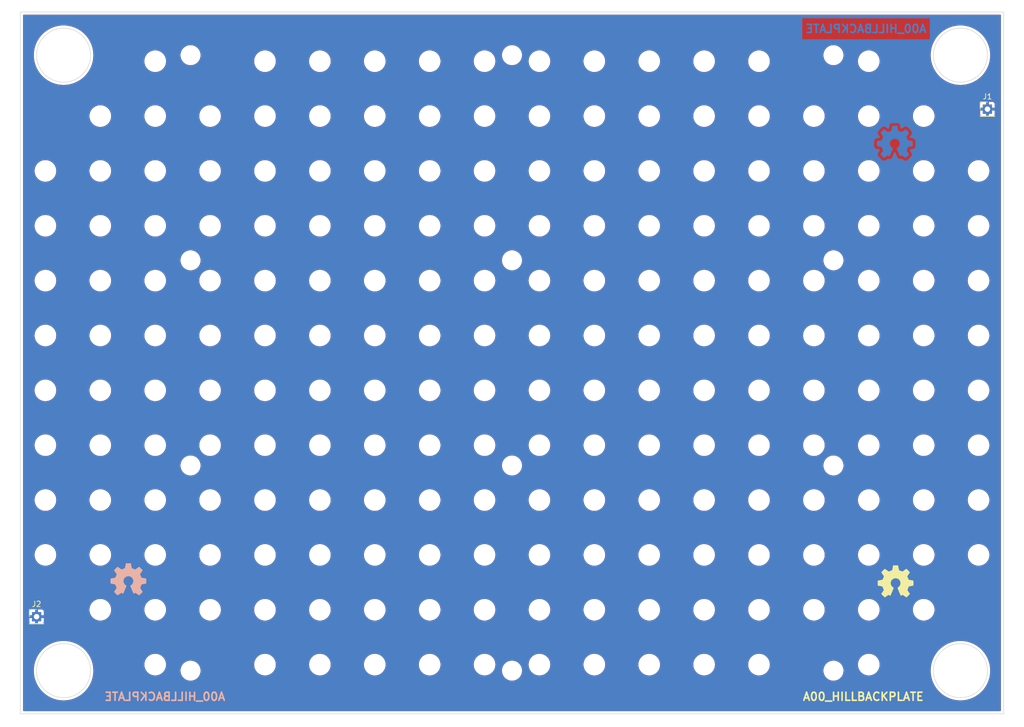
<source format=kicad_pcb>
(kicad_pcb (version 20211014) (generator pcbnew)
  (layers (0 "F.Cu" signal) (31 "B.Cu" signal) (34 "B.Paste" user) (35 "F.Paste" user) (36 "B.SilkS" user "B.Silkscreen") (37 "F.SilkS" user "F.Silkscreen") (38 "B.Mask" user) (39 "F.Mask" user) (44 "Edge.Cuts" user))
  (net 0 "")
  (net 1 "Net-(J1-Pad1)")
  (footprint "MountingHole:MountingHole_3mm" (layer "F.Cu") (at 126.24 140.88)
    (fp_text reference "REF**" hide)
    (fp_text value "MountingHole_3mm")
    (pad "" np_thru_hole circle (at 0 0) (size 3 3) (drill 3) (layers *.Cu *.Mask))
  )
  (footprint "MountingHole:MountingHole_3mm" (layer "F.Cu") (at 85.6 130.72)
    (fp_text reference "REF**" hide)
    (fp_text value "MountingHole_3mm")
    (pad "" np_thru_hole circle (at 0 0) (size 3 3) (drill 3) (layers *.Cu *.Mask))
  )
  (footprint "MountingHole:MountingHole_3mm" (layer "F.Cu") (at 55.12 49.44)
    (fp_text reference "REF**" hide)
    (fp_text value "MountingHole_3mm")
    (pad "" np_thru_hole circle (at 0 0) (size 3 3) (drill 3) (layers *.Cu *.Mask))
  )
  (footprint "MountingHole:MountingHole_3mm" (layer "F.Cu") (at 105.92 39.28)
    (fp_text reference "REF**" hide)
    (fp_text value "MountingHole_3mm")
    (pad "" np_thru_hole circle (at 0 0) (size 3 3) (drill 3) (layers *.Cu *.Mask))
  )
  (footprint "MountingHole:MountingHole_3mm" (layer "F.Cu") (at 105.92 140.88)
    (fp_text reference "REF**" hide)
    (fp_text value "MountingHole_3mm")
    (pad "" np_thru_hole circle (at 0 0) (size 3 3) (drill 3) (layers *.Cu *.Mask))
  )
  (footprint "MountingHole:MountingHole_3mm" (layer "F.Cu") (at 85.6 140.88)
    (fp_text reference "REF**" hide)
    (fp_text value "MountingHole_3mm")
    (pad "" np_thru_hole circle (at 0 0) (size 3 3) (drill 3) (layers *.Cu *.Mask))
  )
  (footprint "MountingHole:MountingHole_3mm" (layer "F.Cu") (at 156.72 69.76)
    (fp_text reference "REF**" hide)
    (fp_text value "MountingHole_3mm")
    (pad "" np_thru_hole circle (at 0 0) (size 3 3) (drill 3) (layers *.Cu *.Mask))
  )
  (footprint "MountingHole:MountingHole_3mm" (layer "F.Cu") (at 85.6 120.56)
    (fp_text reference "REF**" hide)
    (fp_text value "MountingHole_3mm")
    (pad "" np_thru_hole circle (at 0 0) (size 3 3) (drill 3) (layers *.Cu *.Mask))
  )
  (footprint "MountingHole:MountingHole_2.7mm" (layer "F.Cu") (at 111 66)
    (fp_text reference "REF**" hide)
    (fp_text value "MountingHole_2.7mm")
    (pad "" np_thru_hole circle (at 0 0) (size 2.7 2.7) (drill 2.7) (layers *.Cu *.Mask))
  )
  (footprint "MountingHole:MountingHole_3mm" (layer "F.Cu") (at 177.04 49.44)
    (fp_text reference "REF**" hide)
    (fp_text value "MountingHole_3mm")
    (pad "" np_thru_hole circle (at 0 0) (size 3 3) (drill 3) (layers *.Cu *.Mask))
  )
  (footprint "MountingHole:MountingHole_3mm" (layer "F.Cu") (at 85.6 39.28)
    (fp_text reference "REF**" hide)
    (fp_text value "MountingHole_3mm")
    (pad "" np_thru_hole circle (at 0 0) (size 3 3) (drill 3) (layers *.Cu *.Mask))
  )
  (footprint "Symbol:OSHW-Symbol_6.7x6mm_Copper" (layer "F.Cu") (at 39.624 44.069)
    (fp_text reference "REF**" hide)
    (fp_text value "OSHW-Symbol_6.7x6mm_Copper" hide)
    (fp_poly (pts (xy 0.555814 -2.531069) (xy 0.639635 -2.086445) (xy 0.94892 -1.958947) (xy 1.258206 -1.831449) (xy 1.629246 -2.083754) (xy 1.733157 -2.154004) (xy 1.827087 -2.216728) (xy 1.906652 -2.269062) (xy 1.96747 -2.308143) (xy 2.005157 -2.331107) (xy 2.015421 -2.336058) (xy 2.03391 -2.323324) (xy 2.07342 -2.288118) (xy 2.129522 -2.234938) (xy 2.197787 -2.168282) (xy 2.273786 -2.092646) (xy 2.353092 -2.012528) (xy 2.431275 -1.932426) (xy 2.503907 -1.856836) (xy 2.566559 -1.790255) (xy 2.614803 -1.737182) (xy 2.64421 -1.702113) (xy 2.651241 -1.690377) (xy 2.641123 -1.66874) (xy 2.612759 -1.621338) (xy 2.569129 -1.552807) (xy 2.513218 -1.467785) (xy 2.448006 -1.370907) (xy 2.410219 -1.31565) (xy 2.341343 -1.214752) (xy 2.28014 -1.123701) (xy 2.229578 -1.04703) (xy 2.192628 -0.989272) (xy 2.172258 -0.954957) (xy 2.169197 -0.947746) (xy 2.176136 -0.927252) (xy 2.195051 -0.879487) (xy 2.223087 -0.811168) (xy 2.257391 -0.729011) (xy 2.295109 -0.63973) (xy 2.333387 -0.550042) (xy 2.36937 -0.466662) (xy 2.400206 -0.396306) (xy 2.423039 -0.34569) (xy 2.435017 -0.321529) (xy 2.435724 -0.320578) (xy 2.454531 -0.315964) (xy 2.504618 -0.305672) (xy 2.580793 -0.290713) (xy 2.677865 -0.272099) (xy 2.790643 -0.250841) (xy 2.856442 -0.238582) (xy 2.97695 -0.215638) (xy 3.085797 -0.193805) (xy 3.177476 -0.174278) (xy 3.246481 -0.158252) (xy 3.287304 -0.146921) (xy 3.295511 -0.143326) (xy 3.303548 -0.118994) (xy 3.310033 -0.064041) (xy 3.31497 0.015108) (xy 3.318364 0.112026) (xy 3.320218 0.220287) (xy 3.320538 0.333465) (xy 3.319327 0.445135) (xy 3.31659 0.548868) (xy 3.312331 0.638241) (xy 3.306555 0.706826) (xy 3.299267 0.748197) (xy 3.294895 0.75681) (xy 3.268764 0.767133) (xy 3.213393 0.781892) (xy 3.136107 0.799352) (xy 3.04423 0.81778) (xy 3.012158 0.823741) (xy 2.857524 0.852066) (xy 2.735375 0.874876) (xy 2.641673 0.89308) (xy 2.572384 0.907583) (xy 2.523471 0.919292) (xy 2.490897 0.929115) (xy 2.470628 0.937956) (xy 2.458626 0.946724) (xy 2.456947 0.948457) (xy 2.440184 0.976371) (xy 2.414614 1.030695) (xy 2.382788 1.104777) (xy 2.34726 1.191965) (xy 2.310583 1.285608) (xy 2.275311 1.379052) (xy 2.243996 1.465647) (xy 2.219193 1.53874) (xy 2.203454 1.591678) (xy 2.199332 1.617811) (xy 2.199676 1.618726) (xy 2.213641 1.640086) (xy 2.245322 1.687084) (xy 2.291391 1.754827) (xy 2.348518 1.838423) (xy 2.413373 1.932982) (xy 2.431843 1.959854) (xy 2.497699 2.057275) (xy 2.55565 2.146163) (xy 2.602538 2.221412) (xy 2.635207 2.27792) (xy 2.6505 2.310581) (xy 2.651241 2.314593) (xy 2.638392 2.335684) (xy 2.602888 2.377464) (xy 2.549293 2.435445) (xy 2.482171 2.505135) (xy 2.406087 2.582045) (xy 2.325604 2.661683) (xy 2.245287 2.739561) (xy 2.169699 2.811186) (xy 2.103405 2.87207) (xy 2.050969 2.917721) (xy 2.016955 2.94365) (xy 2.007545 2.947883) (xy 1.985643 2.937912) (xy 1.9408 2.91102) (xy 1.880321 2.871736) (xy 1.833789 2.840117) (xy 1.749475 2.782098) (xy 1.649626 2.713784) (xy 1.549473 2.645579) (xy 1.495627 2.609075) (xy 1.313371 2.4858) (xy 1.160381 2.56852) (xy 1.090682 2.604759) (xy 1.031414 2.632926) (xy 0.991311 2.648991) (xy 0.981103 2.651226) (xy 0.968829 2.634722) (xy 0.944613 2.588082) (xy 0.910263 2.515609) (xy 0.867588 2.421606) (xy 0.818394 2.310374) (xy 0.76449 2.186215) (xy 0.707684 2.053432) (xy 0.649782 1.916327) (xy 0.592593 1.779202) (xy 0.537924 1.646358) (xy 0.487584 1.522098) (xy 0.44338 1.410725) (xy 0.407119 1.316539) (xy 0.380609 1.243844) (xy 0.365658 1.196941) (xy 0.363254 1.180833) (xy 0.382311 1.160286) (xy 0.424036 1.126933) (xy 0.479706 1.087702) (xy 0.484378 1.084599) (xy 0.628264 0.969423) (xy 0.744283 0.835053) (xy 0.83143 0.685784) (xy 0.888699 0.525913) (xy 0.915086 0.359737) (xy 0.909585 0.191552) (xy 0.87119 0.025655) (xy 0.798895 -0.133658) (xy 0.777626 -0.168513) (xy 0.666996 -0.309263) (xy 0.536302 -0.422286) (xy 0.390064 -0.506997) (xy 0.232808 -0.562806) (xy 0.069057 -0.589126) (xy -0.096667 -0.58537) (xy -0.259838 -0.55095) (xy -0.415935 -0.485277) (xy -0.560433 -0.387765) (xy -0.605131 -0.348187) (xy -0.718888 -0.224297) (xy -0.801782 -0.093876) (xy -0.858644 0.052315) (xy -0.890313 0.197088) (xy -0.898131 0.35986) (xy -0.872062 0.52344) (xy -0.814755 0.682298) (xy -0.728856 0.830906) (xy -0.617014 0.963735) (xy -0.481877 1.075256) (xy -0.464117 1.087011) (xy -0.40785 1.125508) (xy -0.365077 1.158863) (xy -0.344628 1.18016) (xy -0.344331 1.180833) (xy -0.348721 1.203871) (xy -0.366124 1.256157) (xy -0.394732 1.33339) (xy -0.432735 1.431268) (xy -0.478326 1.545491) (xy -0.529697 1.671758) (xy -0.585038 1.805767) (xy -0.642542 1.943218) (xy -0.700399 2.079808) (xy -0.756802 2.211237) (xy -0.809942 2.333205) (xy -0.85801 2.441409) (xy -0.899199 2.531549) (xy -0.931699 2.599323) (xy -0.953703 2.64043) (xy -0.962564 2.651226) (xy -0.98964 2.642819) (xy -1.040303 2.620272) (xy -1.105817 2.587613) (xy -1.141841 2.56852) (xy -1.294832 2.4858) (xy -1.477088 2.609075) (xy -1.570125 2.672228) (xy -1.671985 2.741727) (xy -1.767438 2.807165) (xy -1.81525 2.840117) (xy -1.882495 2.885273) (xy -1.939436 2.921057) (xy -1.978646 2.942938) (xy -1.991381 2.947563) (xy -2.009917 2.935085) (xy -2.050941 2.900252) (xy -2.110475 2.846678) (xy -2.184542 2.777983) (xy -2.269165 2.697781) (xy -2.322685 2.646286) (xy -2.416319 2.554286) (xy -2.497241 2.471999) (xy -2.562177 2.402945) (xy -2.607858 2.350644) (xy -2.631011 2.318616) (xy -2.633232 2.312116) (xy -2.622924 2.287394) (xy -2.594439 2.237405) (xy -2.550937 2.167212) (xy -2.495577 2.081875) (xy -2.43152 1.986456) (xy -2.413303 1.959854) (xy -2.346927 1.863167) (xy -2.287378 1.776117) (xy -2.237984 1.703595) (xy -2.202075 1.650493) (xy -2.182981 1.621703) (xy -2.181136 1.618726) (xy -2.183895 1.595782) (xy -2.198538 1.545336) (xy -2.222513 1.474041) (xy -2.253266 1.388547) (xy -2.288244 1.295507) (xy -2.324893 1.201574) (xy -2.360661 1.113399) (xy -2.392994 1.037634) (xy -2.419338 0.980931) (xy -2.437142 0.949943) (xy -2.438407 0.948457) (xy -2.449294 0.939601) (xy -2.467682 0.930843) (xy -2.497606 0.921277) (xy -2.543103 0.909996) (xy -2.608209 0.896093) (xy -2.696961 0.878663) (xy -2.813393 0.856798) (xy -2.961542 0.829591) (xy -2.993618 0.823741) (xy -3.088686 0.805374) (xy -3.171565 0.787405) (xy -3.23493 0.771569) (xy -3.271458 0.7596) (xy -3.276356 0.75681) (xy -3.284427 0.732072) (xy -3.290987 0.67679) (xy -3.296033 0.597389) (xy -3.299559 0.500296) (xy -3.301561 0.391938) (xy -3.302036 0.27874) (xy -3.300977 0.167128) (xy -3.298382 0.063529) (xy -3.294246 -0.025632) (xy -3.288563 -0.093928) (xy -3.281331 -0.134934) (xy -3.276971 -0.143326) (xy -3.252698 -0.151792) (xy -3.197426 -0.165565) (xy -3.116662 -0.18345) (xy -3.015912 -0.204252) (xy -2.900683 -0.226777) (xy -2.837902 -0.238582) (xy -2.718787 -0.260849) (xy -2.612565 -0.281021) (xy -2.524427 -0.298085) (xy -2.459566 -0.311031) (xy -2.423174 -0.318845) (xy -2.417184 -0.320578) (xy -2.407061 -0.34011) (xy -2.385662 -0.387157) (xy -2.355839 -0.454997) (xy -2.320445 -0.536909) (xy -2.282332 -0.626172) (xy -2.244353 -0.716065) (xy -2.20936 -0.799865) (xy -2.180206 -0.870853) (xy -2.159743 -0.922306) (xy -2.150823 -0.947503) (xy -2.150657 -0.948604) (xy -2.160769 -0.968481) (xy -2.189117 -1.014223) (xy -2.232723 -1.081283) (xy -2.288606 -1.165116) (xy -2.353787 -1.261174) (xy -2.391679 -1.31635) (xy -2.460725 -1.417519) (xy -2.52205 -1.50937) (xy -2.572663 -1.587256) (xy -2.609571 -1.646531) (xy -2.629782 -1.682549) (xy -2.632701 -1.690623) (xy -2.620153 -1.709416) (xy -2.585463 -1.749543) (xy -2.533063 -1.806507) (xy -2.467384 -1.875815) (xy -2.392856 -1.952969) (xy -2.313913 -2.033475) (xy -2.234983 -2.112837) (xy -2.1605 -2.18656) (xy -2.094894 -2.250148) (xy -2.042596 -2.299106) (xy -2.008039 -2.328939) (xy -1.996478 -2.336058) (xy -1.977654 -2.326047) (xy -1.932631 -2.297922) (xy -1.865787 -2.254546) (xy -1.781499 -2.198782) (xy -1.684144 -2.133494) (xy -1.610707 -2.083754) (xy -1.239667 -1.831449) (xy -0.621095 -2.086445) (xy -0.537275 -2.531069) (xy -0.453454 -2.975693) (xy 0.471994 -2.975693) (xy 0.555814 -2.531069)) (layer "F.Cu") (width 0.01) (fill solid))
  )
  (footprint "MountingHole:MountingHole_3mm" (layer "F.Cu") (at 44.96 39.28)
    (fp_text reference "REF**" hide)
    (fp_text value "MountingHole_3mm")
    (pad "" np_thru_hole circle (at 0 0) (size 3 3) (drill 3) (layers *.Cu *.Mask))
  )
  (footprint "MountingHole:MountingHole_2.7mm" (layer "F.Cu") (at 51.5 28)
    (fp_text reference "REF**" hide)
    (fp_text value "MountingHole_2.7mm")
    (pad "" np_thru_hole circle (at 0 0) (size 2.7 2.7) (drill 2.7) (layers *.Cu *.Mask))
  )
  (footprint "MountingHole:MountingHole_3mm" (layer "F.Cu") (at 24.64 90.08)
    (fp_text reference "REF**" hide)
    (fp_text value "MountingHole_3mm")
    (pad "" np_thru_hole circle (at 0 0) (size 3 3) (drill 3) (layers *.Cu *.Mask))
  )
  (footprint "MountingHole:MountingHole_3mm" (layer "F.Cu") (at 136.4 140.88)
    (fp_text reference "REF**" hide)
    (fp_text value "MountingHole_3mm")
    (pad "" np_thru_hole circle (at 0 0) (size 3 3) (drill 3) (layers *.Cu *.Mask))
  )
  (footprint "MountingHole:MountingHole_3mm" (layer "F.Cu") (at 24.64 69.76)
    (fp_text reference "REF**" hide)
    (fp_text value "MountingHole_3mm")
    (pad "" np_thru_hole circle (at 0 0) (size 3 3) (drill 3) (layers *.Cu *.Mask))
  )
  (footprint "MountingHole:MountingHole_3mm" (layer "F.Cu") (at 166.88 130.72)
    (fp_text reference "REF**" hide)
    (fp_text value "MountingHole_3mm")
    (pad "" np_thru_hole circle (at 0 0) (size 3 3) (drill 3) (layers *.Cu *.Mask))
  )
  (footprint "MountingHole:MountingHole_3mm" (layer "F.Cu") (at 65.28 90.08)
    (fp_text reference "REF**" hide)
    (fp_text value "MountingHole_3mm")
    (pad "" np_thru_hole circle (at 0 0) (size 3 3) (drill 3) (layers *.Cu *.Mask))
  )
  (footprint "MountingHole:MountingHole_3mm" (layer "F.Cu") (at 75.44 79.92)
    (fp_text reference "REF**" hide)
    (fp_text value "MountingHole_3mm")
    (pad "" np_thru_hole circle (at 0 0) (size 3 3) (drill 3) (layers *.Cu *.Mask))
  )
  (footprint "MountingHole:MountingHole_3mm" (layer "F.Cu") (at 34.8 49.44)
    (fp_text reference "REF**" hide)
    (fp_text value "MountingHole_3mm")
    (pad "" np_thru_hole circle (at 0 0) (size 3 3) (drill 3) (layers *.Cu *.Mask))
  )
  (footprint "MountingHole:MountingHole_3mm" (layer "F.Cu") (at 116.08 130.72)
    (fp_text reference "REF**" hide)
    (fp_text value "MountingHole_3mm")
    (pad "" np_thru_hole circle (at 0 0) (size 3 3) (drill 3) (layers *.Cu *.Mask))
  )
  (footprint "MountingHole:MountingHole_3mm" (layer "F.Cu") (at 177.04 59.6)
    (fp_text reference "REF**" hide)
    (fp_text value "MountingHole_3mm")
    (pad "" np_thru_hole circle (at 0 0) (size 3 3) (drill 3) (layers *.Cu *.Mask))
  )
  (footprint "MountingHole:MountingHole_3mm" (layer "F.Cu") (at 177.04 29.12)
    (fp_text reference "REF**" hide)
    (fp_text value "MountingHole_3mm")
    (pad "" np_thru_hole circle (at 0 0) (size 3 3) (drill 3) (layers *.Cu *.Mask))
  )
  (footprint "MountingHole:MountingHole_3mm" (layer "F.Cu") (at 126.24 100.24)
    (fp_text reference "REF**" hide)
    (fp_text value "MountingHole_3mm")
    (pad "" np_thru_hole circle (at 0 0) (size 3 3) (drill 3) (layers *.Cu *.Mask))
  )
  (footprint "MountingHole:MountingHole_3mm" (layer "F.Cu") (at 24.64 49.44)
    (fp_text reference "REF**" hide)
    (fp_text value "MountingHole_3mm")
    (pad "" np_thru_hole circle (at 0 0) (size 3 3) (drill 3) (layers *.Cu *.Mask))
  )
  (footprint "MountingHole:MountingHole_3mm" (layer "F.Cu") (at 55.12 90.08)
    (fp_text reference "REF**" hide)
    (fp_text value "MountingHole_3mm")
    (pad "" np_thru_hole circle (at 0 0) (size 3 3) (drill 3) (layers *.Cu *.Mask))
  )
  (footprint "MountingHole:MountingHole_3mm" (layer "F.Cu") (at 146.56 49.44)
    (fp_text reference "REF**" hide)
    (fp_text value "MountingHole_3mm")
    (pad "" np_thru_hole circle (at 0 0) (size 3 3) (drill 3) (layers *.Cu *.Mask))
  )
  (footprint "MountingHole:MountingHole_3mm" (layer "F.Cu") (at 75.44 39.28)
    (fp_text reference "REF**" hide)
    (fp_text value "MountingHole_3mm")
    (pad "" np_thru_hole circle (at 0 0) (size 3 3) (drill 3) (layers *.Cu *.Mask))
  )
  (footprint "MountingHole:MountingHole_3mm" (layer "F.Cu") (at 34.8 130.72)
    (fp_text reference "REF**" hide)
    (fp_text value "MountingHole_3mm")
    (pad "" np_thru_hole circle (at 0 0) (size 3 3) (drill 3) (layers *.Cu *.Mask))
  )
  (footprint "MountingHole:MountingHole_3mm" (layer "F.Cu") (at 95.76 140.88)
    (fp_text reference "REF**" hide)
    (fp_text value "MountingHole_3mm")
    (pad "" np_thru_hole circle (at 0 0) (size 3 3) (drill 3) (layers *.Cu *.Mask))
  )
  (footprint "MountingHole:MountingHole_3mm" (layer "F.Cu") (at 126.24 130.72)
    (fp_text reference "REF**" hide)
    (fp_text value "MountingHole_3mm")
    (pad "" np_thru_hole circle (at 0 0) (size 3 3) (drill 3) (layers *.Cu *.Mask))
  )
  (footprint "MountingHole:MountingHole_3mm" (layer "F.Cu") (at 105.92 49.44)
    (fp_text reference "REF**" hide)
    (fp_text value "MountingHole_3mm")
    (pad "" np_thru_hole circle (at 0 0) (size 3 3) (drill 3) (layers *.Cu *.Mask))
  )
  (footprint "MountingHole:MountingHole_3mm" (layer "F.Cu") (at 75.44 120.56)
    (fp_text reference "REF**" hide)
    (fp_text value "MountingHole_3mm")
    (pad "" np_thru_hole circle (at 0 0) (size 3 3) (drill 3) (layers *.Cu *.Mask))
  )
  (footprint "MountingHole:MountingHole_3mm" (layer "F.Cu") (at 177.04 79.92)
    (fp_text reference "REF**" hide)
    (fp_text value "MountingHole_3mm")
    (pad "" np_thru_hole circle (at 0 0) (size 3 3) (drill 3) (layers *.Cu *.Mask))
  )
  (footprint "MountingHole:MountingHole_3mm" (layer "F.Cu") (at 116.08 79.92)
    (fp_text reference "REF**" hide)
    (fp_text value "MountingHole_3mm")
    (pad "" np_thru_hole circle (at 0 0) (size 3 3) (drill 3) (layers *.Cu *.Mask))
  )
  (footprint "MountingHole:MountingHole_3mm" (layer "F.Cu") (at 105.92 90.08)
    (fp_text reference "REF**" hide)
    (fp_text value "MountingHole_3mm")
    (pad "" np_thru_hole circle (at 0 0) (size 3 3) (drill 3) (layers *.Cu *.Mask))
  )
  (footprint "MountingHole:MountingHole_3mm" (layer "F.Cu") (at 146.56 79.92)
    (fp_text reference "REF**" hide)
    (fp_text value "MountingHole_3mm")
    (pad "" np_thru_hole circle (at 0 0) (size 3 3) (drill 3) (layers *.Cu *.Mask))
  )
  (footprint "MountingHole:MountingHole_3mm" (layer "F.Cu") (at 136.4 49.44)
    (fp_text reference "REF**" hide)
    (fp_text value "MountingHole_3mm")
    (pad "" np_thru_hole circle (at 0 0) (size 3 3) (drill 3) (layers *.Cu *.Mask))
  )
  (footprint "MountingHole:MountingHole_3mm" (layer "F.Cu") (at 85.6 69.76)
    (fp_text reference "REF**" hide)
    (fp_text value "MountingHole_3mm")
    (pad "" np_thru_hole circle (at 0 0) (size 3 3) (drill 3) (layers *.Cu *.Mask))
  )
  (footprint "MountingHole:MountingHole_3mm" (layer "F.Cu") (at 136.4 59.6)
    (fp_text reference "REF**" hide)
    (fp_text value "MountingHole_3mm")
    (pad "" np_thru_hole circle (at 0 0) (size 3 3) (drill 3) (layers *.Cu *.Mask))
  )
  (footprint "MountingHole:MountingHole_3mm" (layer "F.Cu") (at 85.6 110.4)
    (fp_text reference "REF**" hide)
    (fp_text value "MountingHole_3mm")
    (pad "" np_thru_hole circle (at 0 0) (size 3 3) (drill 3) (layers *.Cu *.Mask))
  )
  (footprint "MountingHole:MountingHole_3mm" (layer "F.Cu") (at 146.56 100.24)
    (fp_text reference "REF**" hide)
    (fp_text value "MountingHole_3mm")
    (pad "" np_thru_hole circle (at 0 0) (size 3 3) (drill 3) (layers *.Cu *.Mask))
  )
  (footprint "MountingHole:MountingHole_3mm" (layer "F.Cu") (at 136.4 120.56)
    (fp_text reference "REF**" hide)
    (fp_text value "MountingHole_3mm")
    (pad "" np_thru_hole circle (at 0 0) (size 3 3) (drill 3) (layers *.Cu *.Mask))
  )
  (footprint "MountingHole:MountingHole_3mm" (layer "F.Cu") (at 44.96 130.72)
    (fp_text reference "REF**" hide)
    (fp_text value "MountingHole_3mm")
    (pad "" np_thru_hole circle (at 0 0) (size 3 3) (drill 3) (layers *.Cu *.Mask))
  )
  (footprint "MountingHole:MountingHole_3mm" (layer "F.Cu") (at 187.2 130.72)
    (fp_text reference "REF**" hide)
    (fp_text value "MountingHole_3mm")
    (pad "" np_thru_hole circle (at 0 0) (size 3 3) (drill 3) (layers *.Cu *.Mask))
  )
  (footprint "MountingHole:MountingHole_3mm" (layer "F.Cu") (at 55.12 79.92)
    (fp_text reference "REF**" hide)
    (fp_text value "MountingHole_3mm")
    (pad "" np_thru_hole circle (at 0 0) (size 3 3) (drill 3) (layers *.Cu *.Mask))
  )
  (footprint "MountingHole:MountingHole_3mm" (layer "F.Cu") (at 187.2 90.08)
    (fp_text reference "REF**" hide)
    (fp_text value "MountingHole_3mm")
    (pad "" np_thru_hole circle (at 0 0) (size 3 3) (drill 3) (layers *.Cu *.Mask))
  )
  (footprint "MountingHole:MountingHole_3mm" (layer "F.Cu") (at 136.4 130.72)
    (fp_text reference "REF**" hide)
    (fp_text value "MountingHole_3mm")
    (pad "" np_thru_hole circle (at 0 0) (size 3 3) (drill 3) (layers *.Cu *.Mask))
  )
  (footprint "MountingHole:MountingHole_3mm" (layer "F.Cu") (at 44.96 120.56)
    (fp_text reference "REF**" hide)
    (fp_text value "MountingHole_3mm")
    (pad "" np_thru_hole circle (at 0 0) (size 3 3) (drill 3) (layers *.Cu *.Mask))
  )
  (footprint "MountingHole:MountingHole_3mm" (layer "F.Cu") (at 136.4 100.24)
    (fp_text reference "REF**" hide)
    (fp_text value "MountingHole_3mm")
    (pad "" np_thru_hole circle (at 0 0) (size 3 3) (drill 3) (layers *.Cu *.Mask))
  )
  (footprint "MountingHole:MountingHole_3mm" (layer "F.Cu") (at 85.6 59.6)
    (fp_text reference "REF**" hide)
    (fp_text value "MountingHole_3mm")
    (pad "" np_thru_hole circle (at 0 0) (size 3 3) (drill 3) (layers *.Cu *.Mask))
  )
  (footprint "MountingHole:MountingHole_2.7mm" (layer "F.Cu") (at 170.5 28)
    (fp_text reference "REF**" hide)
    (fp_text value "MountingHole_2.7mm")
    (pad "" np_thru_hole circle (at 0 0) (size 2.7 2.7) (drill 2.7) (layers *.Cu *.Mask))
  )
  (footprint "MountingHole:MountingHole_3mm" (layer "F.Cu") (at 65.28 69.76)
    (fp_text reference "REF**" hide)
    (fp_text value "MountingHole_3mm")
    (pad "" np_thru_hole circle (at 0 0) (size 3 3) (drill 3) (layers *.Cu *.Mask))
  )
  (footprint "MountingHole:MountingHole_3mm" (layer "F.Cu") (at 126.24 69.76)
    (fp_text reference "REF**" hide)
    (fp_text value "MountingHole_3mm")
    (pad "" np_thru_hole circle (at 0 0) (size 3 3) (drill 3) (layers *.Cu *.Mask))
  )
  (footprint "MountingHole:MountingHole_3mm" (layer "F.Cu") (at 65.28 79.92)
    (fp_text reference "REF**" hide)
    (fp_text value "MountingHole_3mm")
    (pad "" np_thru_hole circle (at 0 0) (size 3 3) (drill 3) (layers *.Cu *.Mask))
  )
  (footprint "MountingHole:MountingHole_3mm" (layer "F.Cu") (at 24.64 100.24)
    (fp_text reference "REF**" hide)
    (fp_text value "MountingHole_3mm")
    (pad "" np_thru_hole circle (at 0 0) (size 3 3) (drill 3) (layers *.Cu *.Mask))
  )
  (footprint "MountingHole:MountingHole_3mm" (layer "F.Cu") (at 95.76 39.28)
    (fp_text reference "REF**" hide)
    (fp_text value "MountingHole_3mm")
    (pad "" np_thru_hole circle (at 0 0) (size 3 3) (drill 3) (layers *.Cu *.Mask))
  )
  (footprint "MountingHole:MountingHole_3mm" (layer "F.Cu") (at 75.44 59.6)
    (fp_text reference "REF**" hide)
    (fp_text value "MountingHole_3mm")
    (pad "" np_thru_hole circle (at 0 0) (size 3 3) (drill 3) (layers *.Cu *.Mask))
  )
  (footprint "MountingHole:MountingHole_3mm" (layer "F.Cu") (at 197.36 59.6)
    (fp_text reference "REF**" hide)
    (fp_text value "MountingHole_3mm")
    (pad "" np_thru_hole circle (at 0 0) (size 3 3) (drill 3) (layers *.Cu *.Mask))
  )
  (footprint "MountingHole:MountingHole_3mm" (layer "F.Cu") (at 187.2 69.76)
    (fp_text reference "REF**" hide)
    (fp_text value "MountingHole_3mm")
    (pad "" np_thru_hole circle (at 0 0) (size 3 3) (drill 3) (layers *.Cu *.Mask))
  )
  (footprint "MountingHole:MountingHole_3mm" (layer "F.Cu") (at 116.08 100.24)
    (fp_text reference "REF**" hide)
    (fp_text value "MountingHole_3mm")
    (pad "" np_thru_hole circle (at 0 0) (size 3 3) (drill 3) (layers *.Cu *.Mask))
  )
  (footprint "MountingHole:MountingHole_3mm" (layer "F.Cu") (at 166.88 120.56)
    (fp_text reference "REF**" hide)
    (fp_text value "MountingHole_3mm")
    (pad "" np_thru_hole circle (at 0 0) (size 3 3) (drill 3) (layers *.Cu *.Mask))
  )
  (footprint "MountingHole:MountingHole_3mm" (layer "F.Cu") (at 65.28 120.56)
    (fp_text reference "REF**" hide)
    (fp_text value "MountingHole_3mm")
    (pad "" np_thru_hole circle (at 0 0) (size 3 3) (drill 3) (layers *.Cu *.Mask))
  )
  (footprint "MountingHole:MountingHole_3mm" (layer "F.Cu") (at 126.24 59.6)
    (fp_text reference "REF**" hide)
    (fp_text value "MountingHole_3mm")
    (pad "" np_thru_hole circle (at 0 0) (size 3 3) (drill 3) (layers *.Cu *.Mask))
  )
  (footprint "MountingHole:MountingHole_3mm" (layer "F.Cu") (at 75.44 140.88)
    (fp_text reference "REF**" hide)
    (fp_text value "MountingHole_3mm")
    (pad "" np_thru_hole circle (at 0 0) (size 3 3) (drill 3) (layers *.Cu *.Mask))
  )
  (footprint "MountingHole:MountingHole_3mm" (layer "F.Cu") (at 85.6 49.44)
    (fp_text reference "REF**" hide)
    (fp_text value "MountingHole_3mm")
    (pad "" np_thru_hole circle (at 0 0) (size 3 3) (drill 3) (layers *.Cu *.Mask))
  )
  (footprint "MountingHole:MountingHole_3mm" (layer "F.Cu") (at 34.8 59.6)
    (fp_text reference "REF**" hide)
    (fp_text value "MountingHole_3mm")
    (pad "" np_thru_hole circle (at 0 0) (size 3 3) (drill 3) (layers *.Cu *.Mask))
  )
  (footprint "MountingHole:MountingHole_3mm" (layer "F.Cu") (at 136.4 79.92)
    (fp_text reference "REF**" hide)
    (fp_text value "MountingHole_3mm")
    (pad "" np_thru_hole circle (at 0 0) (size 3 3) (drill 3) (layers *.Cu *.Mask))
  )
  (footprint "MountingHole:MountingHole_3mm" (layer "F.Cu") (at 24.64 120.56)
    (fp_text reference "REF**" hide)
    (fp_text value "MountingHole_3mm")
    (pad "" np_thru_hole circle (at 0 0) (size 3 3) (drill 3) (layers *.Cu *.Mask))
  )
  (footprint "MountingHole:MountingHole_2.7mm" (layer "F.Cu") (at 51.5 66)
    (fp_text reference "REF**" hide)
    (fp_text value "MountingHole_2.7mm")
    (pad "" np_thru_hole circle (at 0 0) (size 2.7 2.7) (drill 2.7) (layers *.Cu *.Mask))
  )
  (footprint "MountingHole:MountingHole_3mm" (layer "F.Cu") (at 75.44 130.72)
    (fp_text reference "REF**" hide)
    (fp_text value "MountingHole_3mm")
    (pad "" np_thru_hole circle (at 0 0) (size 3 3) (drill 3) (layers *.Cu *.Mask))
  )
  (footprint "MountingHole:MountingHole_3mm" (layer "F.Cu") (at 105.92 79.92)
    (fp_text reference "REF**" hide)
    (fp_text value "MountingHole_3mm")
    (pad "" np_thru_hole circle (at 0 0) (size 3 3) (drill 3) (layers *.Cu *.Mask))
  )
  (footprint "MountingHole:MountingHole_3mm" (layer "F.Cu") (at 187.2 110.4)
    (fp_text reference "REF**" hide)
    (fp_text value "MountingHole_3mm")
    (pad "" np_thru_hole circle (at 0 0) (size 3 3) (drill 3) (layers *.Cu *.Mask))
  )
  (footprint "MountingHole:MountingHole_3mm" (layer "F.Cu") (at 65.28 29.12)
    (fp_text reference "REF**" hide)
    (fp_text value "MountingHole_3mm")
    (pad "" np_thru_hole circle (at 0 0) (size 3 3) (drill 3) (layers *.Cu *.Mask))
  )
  (footprint "MountingHole:MountingHole_3mm" (layer "F.Cu") (at 126.24 29.12)
    (fp_text reference "REF**" hide)
    (fp_text value "MountingHole_3mm")
    (pad "" np_thru_hole circle (at 0 0) (size 3 3) (drill 3) (layers *.Cu *.Mask))
  )
  (footprint "MountingHole:MountingHole_3mm" (layer "F.Cu") (at 177.04 90.08)
    (fp_text reference "REF**" hide)
    (fp_text value "MountingHole_3mm")
    (pad "" np_thru_hole circle (at 0 0) (size 3 3) (drill 3) (layers *.Cu *.Mask))
  )
  (footprint "MountingHole:MountingHole_3mm" (layer "F.Cu") (at 44.96 90.08)
    (fp_text reference "REF**" hide)
    (fp_text value "MountingHole_3mm")
    (pad "" np_thru_hole circle (at 0 0) (size 3 3) (drill 3) (layers *.Cu *.Mask))
  )
  (footprint "MountingHole:MountingHole_3mm" (layer "F.Cu") (at 95.76 69.76)
    (fp_text reference "REF**" hide)
    (fp_text value "MountingHole_3mm")
    (pad "" np_thru_hole circle (at 0 0) (size 3 3) (drill 3) (layers *.Cu *.Mask))
  )
  (footprint "MountingHole:MountingHole_3mm" (layer "F.Cu") (at 44.96 100.24)
    (fp_text reference "REF**" hide)
    (fp_text value "MountingHole_3mm")
    (pad "" np_thru_hole circle (at 0 0) (size 3 3) (drill 3) (layers *.Cu *.Mask))
  )
  (footprint "MountingHole:MountingHole_3mm" (layer "F.Cu") (at 24.64 59.6)
    (fp_text reference "REF**" hide)
    (fp_text value "MountingHole_3mm")
    (pad "" np_thru_hole circle (at 0 0) (size 3 3) (drill 3) (layers *.Cu *.Mask))
  )
  (footprint "MountingHole:MountingHole_3mm" (layer "F.Cu") (at 44.96 59.6)
    (fp_text reference "REF**" hide)
    (fp_text value "MountingHole_3mm")
    (pad "" np_thru_hole circle (at 0 0) (size 3 3) (drill 3) (layers *.Cu *.Mask))
  )
  (footprint "MountingHole:MountingHole_3mm" (layer "F.Cu") (at 156.72 29.12)
    (fp_text reference "REF**" hide)
    (fp_text value "MountingHole_3mm")
    (pad "" np_thru_hole circle (at 0 0) (size 3 3) (drill 3) (layers *.Cu *.Mask))
  )
  (footprint "MountingHole:MountingHole_3mm" (layer "F.Cu") (at 95.76 110.4)
    (fp_text reference "REF**" hide)
    (fp_text value "MountingHole_3mm")
    (pad "" np_thru_hole circle (at 0 0) (size 3 3) (drill 3) (layers *.Cu *.Mask))
  )
  (footprint "MountingHole:MountingHole_3mm" (layer "F.Cu") (at 146.56 90.08)
    (fp_text reference "REF**" hide)
    (fp_text value "MountingHole_3mm")
    (pad "" np_thru_hole circle (at 0 0) (size 3 3) (drill 3) (layers *.Cu *.Mask))
  )
  (footprint "Connector_PinHeader_2.54mm:PinHeader_1x01_P2.54mm_Vertical" (layer "F.Cu") (at 199 38)
    (fp_text reference "J1" (at 0 -2.33) (layer "F.SilkS"))
    (fp_text value "Conn_01x01_Male")
    (pad "1" thru_hole rect (at 0 0) (size 1.7 1.7) (drill 1) (layers *.Cu *.Mask) (net 1 "Net-(J1-Pad1)"))
  )
  (footprint "MountingHole:MountingHole_3mm" (layer "F.Cu") (at 34.8 110.4)
    (fp_text reference "REF**" hide)
    (fp_text value "MountingHole_3mm")
    (pad "" np_thru_hole circle (at 0 0) (size 3 3) (drill 3) (layers *.Cu *.Mask))
  )
  (footprint "MountingHole:MountingHole_3mm" (layer "F.Cu") (at 166.88 100.24)
    (fp_text reference "REF**" hide)
    (fp_text value "MountingHole_3mm")
    (pad "" np_thru_hole circle (at 0 0) (size 3 3) (drill 3) (layers *.Cu *.Mask))
  )
  (footprint "MountingHole:MountingHole_3mm" (layer "F.Cu") (at 34.8 120.56)
    (fp_text reference "REF**" hide)
    (fp_text value "MountingHole_3mm")
    (pad "" np_thru_hole circle (at 0 0) (size 3 3) (drill 3) (layers *.Cu *.Mask))
  )
  (footprint "MountingHole:MountingHole_3mm" (layer "F.Cu") (at 95.76 79.92)
    (fp_text reference "REF**" hide)
    (fp_text value "MountingHole_3mm")
    (pad "" np_thru_hole circle (at 0 0) (size 3 3) (drill 3) (layers *.Cu *.Mask))
  )
  (footprint "MountingHole:MountingHole_3mm" (layer "F.Cu") (at 136.4 69.76)
    (fp_text reference "REF**" hide)
    (fp_text value "MountingHole_3mm")
    (pad "" np_thru_hole circle (at 0 0) (size 3 3) (drill 3) (layers *.Cu *.Mask))
  )
  (footprint "MountingHole:MountingHole_3mm" (layer "F.Cu") (at 116.08 39.28)
    (fp_text reference "REF**" hide)
    (fp_text value "MountingHole_3mm")
    (pad "" np_thru_hole circle (at 0 0) (size 3 3) (drill 3) (layers *.Cu *.Mask))
  )
  (footprint "MountingHole:MountingHole_3mm" (layer "F.Cu") (at 146.56 140.88)
    (fp_text reference "REF**" hide)
    (fp_text value "MountingHole_3mm")
    (pad "" np_thru_hole circle (at 0 0) (size 3 3) (drill 3) (layers *.Cu *.Mask))
  )
  (footprint "MountingHole:MountingHole_3mm" (layer "F.Cu") (at 85.6 29.12)
    (fp_text reference "REF**" hide)
    (fp_text value "MountingHole_3mm")
    (pad "" np_thru_hole circle (at 0 0) (size 3 3) (drill 3) (layers *.Cu *.Mask))
  )
  (footprint "MountingHole:MountingHole_3mm" (layer "F.Cu") (at 44.96 49.44)
    (fp_text reference "REF**" hide)
    (fp_text value "MountingHole_3mm")
    (pad "" np_thru_hole circle (at 0 0) (size 3 3) (drill 3) (layers *.Cu *.Mask))
  )
  (footprint "MountingHole:MountingHole_3mm" (layer "F.Cu") (at 95.76 90.08)
    (fp_text reference "REF**" hide)
    (fp_text value "MountingHole_3mm")
    (pad "" np_thru_hole circle (at 0 0) (size 3 3) (drill 3) (layers *.Cu *.Mask))
  )
  (footprint "MountingHole:MountingHole_3mm" (layer "F.Cu") (at 166.88 79.92)
    (fp_text reference "REF**" hide)
    (fp_text value "MountingHole_3mm")
    (pad "" np_thru_hole circle (at 0 0) (size 3 3) (drill 3) (layers *.Cu *.Mask))
  )
  (footprint "MountingHole:MountingHole_3mm" (layer "F.Cu") (at 126.24 110.4)
    (fp_text reference "REF**" hide)
    (fp_text value "MountingHole_3mm")
    (pad "" np_thru_hole circle (at 0 0) (size 3 3) (drill 3) (layers *.Cu *.Mask))
  )
  (footprint "MountingHole:MountingHole_3mm" (layer "F.Cu") (at 156.72 90.08)
    (fp_text reference "REF**" hide)
    (fp_text value "MountingHole_3mm")
    (pad "" np_thru_hole circle (at 0 0) (size 3 3) (drill 3) (layers *.Cu *.Mask))
  )
  (footprint "MountingHole:MountingHole_3mm" (layer "F.Cu") (at 85.6 79.92)
    (fp_text reference "REF**" hide)
    (fp_text value "MountingHole_3mm")
    (pad "" np_thru_hole circle (at 0 0) (size 3 3) (drill 3) (layers *.Cu *.Mask))
  )
  (footprint "MountingHole:MountingHole_3mm" (layer "F.Cu") (at 55.12 69.76)
    (fp_text reference "REF**" hide)
    (fp_text value "MountingHole_3mm")
    (pad "" np_thru_hole circle (at 0 0) (size 3 3) (drill 3) (layers *.Cu *.Mask))
  )
  (footprint "MountingHole:MountingHole_3mm" (layer "F.Cu") (at 105.92 110.4)
    (fp_text reference "REF**" hide)
    (fp_text value "MountingHole_3mm")
    (pad "" np_thru_hole circle (at 0 0) (size 3 3) (drill 3) (layers *.Cu *.Mask))
  )
  (footprint "MountingHole:MountingHole_2.7mm" (layer "F.Cu") (at 170.5 142)
    (fp_text reference "REF**" hide)
    (fp_text value "MountingHole_2.7mm")
    (pad "" np_thru_hole circle (at 0 0) (size 2.7 2.7) (drill 2.7) (layers *.Cu *.Mask))
  )
  (footprint "MountingHole:MountingHole_3mm" (layer "F.Cu") (at 85.6 100.24)
    (fp_text reference "REF**" hide)
    (fp_text value "MountingHole_3mm")
    (pad "" np_thru_hole circle (at 0 0) (size 3 3) (drill 3) (layers *.Cu *.Mask))
  )
  (footprint "MountingHole:MountingHole_3mm" (layer "F.Cu") (at 166.88 110.4)
    (fp_text reference "REF**" hide)
    (fp_text value "MountingHole_3mm")
    (pad "" np_thru_hole circle (at 0 0) (size 3 3) (drill 3) (layers *.Cu *.Mask))
  )
  (footprint "MountingHole:MountingHole_3mm" (layer "F.Cu") (at 105.92 29.12)
    (fp_text reference "REF**" hide)
    (fp_text value "MountingHole_3mm")
    (pad "" np_thru_hole circle (at 0 0) (size 3 3) (drill 3) (layers *.Cu *.Mask))
  )
  (footprint "MountingHole:MountingHole_3mm" (layer "F.Cu") (at 65.28 59.6)
    (fp_text reference "REF**" hide)
    (fp_text value "MountingHole_3mm")
    (pad "" np_thru_hole circle (at 0 0) (size 3 3) (drill 3) (layers *.Cu *.Mask))
  )
  (footprint "MountingHole:MountingHole_3mm" (layer "F.Cu") (at 197.36 120.56)
    (fp_text reference "REF**" hide)
    (fp_text value "MountingHole_3mm")
    (pad "" np_thru_hole circle (at 0 0) (size 3 3) (drill 3) (layers *.Cu *.Mask))
  )
  (footprint "MountingHole:MountingHole_3mm" (layer "F.Cu") (at 85.6 90.08)
    (fp_text reference "REF**" hide)
    (fp_text value "MountingHole_3mm")
    (pad "" np_thru_hole circle (at 0 0) (size 3 3) (drill 3) (layers *.Cu *.Mask))
  )
  (footprint "MountingHole:MountingHole_3mm" (layer "F.Cu") (at 146.56 39.28)
    (fp_text reference "REF**" hide)
    (fp_text value "MountingHole_3mm")
    (pad "" np_thru_hole circle (at 0 0) (size 3 3) (drill 3) (layers *.Cu *.Mask))
  )
  (footprint "MountingHole:MountingHole_3mm" (layer "F.Cu") (at 146.56 69.76)
    (fp_text reference "REF**" hide)
    (fp_text value "MountingHole_3mm")
    (pad "" np_thru_hole circle (at 0 0) (size 3 3) (drill 3) (layers *.Cu *.Mask))
  )
  (footprint "MountingHole:MountingHole_3mm" (layer "F.Cu") (at 156.72 120.56)
    (fp_text reference "REF**" hide)
    (fp_text value "MountingHole_3mm")
    (pad "" np_thru_hole circle (at 0 0) (size 3 3) (drill 3) (layers *.Cu *.Mask))
  )
  (footprint "MountingHole:MountingHole_3mm" (layer "F.Cu") (at 116.08 120.56)
    (fp_text reference "REF**" hide)
    (fp_text value "MountingHole_3mm")
    (pad "" np_thru_hole circle (at 0 0) (size 3 3) (drill 3) (layers *.Cu *.Mask))
  )
  (footprint "MountingHole:MountingHole_3mm" (layer "F.Cu") (at 95.76 130.72)
    (fp_text reference "REF**" hide)
    (fp_text value "MountingHole_3mm")
    (pad "" np_thru_hole circle (at 0 0) (size 3 3) (drill 3) (layers *.Cu *.Mask))
  )
  (footprint "MountingHole:MountingHole_3mm" (layer "F.Cu") (at 105.92 120.56)
    (fp_text reference "REF**" hide)
    (fp_text value "MountingHole_3mm")
    (pad "" np_thru_hole circle (at 0 0) (size 3 3) (drill 3) (layers *.Cu *.Mask))
  )
  (footprint "MountingHole:MountingHole_3mm" (layer "F.Cu") (at 116.08 110.4)
    (fp_text reference "REF**" hide)
    (fp_text value "MountingHole_3mm")
    (pad "" np_thru_hole circle (at 0 0) (size 3 3) (drill 3) (layers *.Cu *.Mask))
  )
  (footprint "MountingHole:MountingHole_2.7mm" (layer "F.Cu") (at 170.5 104)
    (fp_text reference "REF**" hide)
    (fp_text value "MountingHole_2.7mm")
    (pad "" np_thru_hole circle (at 0 0) (size 2.7 2.7) (drill 2.7) (layers *.Cu *.Mask))
  )
  (footprint "MountingHole:MountingHole_3mm" (layer "F.Cu") (at 187.2 49.44)
    (fp_text reference "REF**" hide)
    (fp_text value "MountingHole_3mm")
    (pad "" np_thru_hole circle (at 0 0) (size 3 3) (drill 3) (layers *.Cu *.Mask))
  )
  (footprint "MountingHole:MountingHole_3mm" (layer "F.Cu") (at 95.76 49.44)
    (fp_text reference "REF**" hide)
    (fp_text value "MountingHole_3mm")
    (pad "" np_thru_hole circle (at 0 0) (size 3 3) (drill 3) (layers *.Cu *.Mask))
  )
  (footprint "MountingHole:MountingHole_3mm" (layer "F.Cu") (at 65.28 49.44)
    (fp_text reference "REF**" hide)
    (fp_text value "MountingHole_3mm")
    (pad "" np_thru_hole circle (at 0 0) (size 3 3) (drill 3) (layers *.Cu *.Mask))
  )
  (footprint "MountingHole:MountingHole_3mm" (layer "F.Cu") (at 116.08 69.76)
    (fp_text reference "REF**" hide)
    (fp_text value "MountingHole_3mm")
    (pad "" np_thru_hole circle (at 0 0) (size 3 3) (drill 3) (layers *.Cu *.Mask))
  )
  (footprint "MountingHole:MountingHole_3mm" (layer "F.Cu") (at 75.44 100.24)
    (fp_text reference "REF**" hide)
    (fp_text value "MountingHole_3mm")
    (pad "" np_thru_hole circle (at 0 0) (size 3 3) (drill 3) (layers *.Cu *.Mask))
  )
  (footprint "MountingHole:MountingHole_2.7mm" (layer "F.Cu") (at 111 142)
    (fp_text reference "REF**" hide)
    (fp_text value "MountingHole_2.7mm")
    (pad "" np_thru_hole circle (at 0 0) (size 2.7 2.7) (drill 2.7) (layers *.Cu *.Mask))
  )
  (footprint "MountingHole:MountingHole_3mm" (layer "F.Cu") (at 34.8 39.28)
    (fp_text reference "REF**" hide)
    (fp_text value "MountingHole_3mm")
    (pad "" np_thru_hole circle (at 0 0) (size 3 3) (drill 3) (layers *.Cu *.Mask))
  )
  (footprint "MountingHole:MountingHole_3mm" (layer "F.Cu") (at 55.12 120.56)
    (fp_text reference "REF**" hide)
    (fp_text value "MountingHole_3mm")
    (pad "" np_thru_hole circle (at 0 0) (size 3 3) (drill 3) (layers *.Cu *.Mask))
  )
  (footprint "MountingHole:MountingHole_3mm" (layer "F.Cu") (at 44.96 79.92)
    (fp_text reference "REF**" hide)
    (fp_text value "MountingHole_3mm")
    (pad "" np_thru_hole circle (at 0 0) (size 3 3) (drill 3) (layers *.Cu *.Mask))
  )
  (footprint "MountingHole:MountingHole_3mm" (layer "F.Cu") (at 197.36 79.92)
    (fp_text reference "REF**" hide)
    (fp_text value "MountingHole_3mm")
    (pad "" np_thru_hole circle (at 0 0) (size 3 3) (drill 3) (layers *.Cu *.Mask))
  )
  (footprint "MountingHole:MountingHole_3mm" (layer "F.Cu") (at 55.12 100.24)
    (fp_text reference "REF**" hide)
    (fp_text value "MountingHole_3mm")
    (pad "" np_thru_hole circle (at 0 0) (size 3 3) (drill 3) (layers *.Cu *.Mask))
  )
  (footprint "MountingHole:MountingHole_3mm" (layer "F.Cu") (at 136.4 90.08)
    (fp_text reference "REF**" hide)
    (fp_text value "MountingHole_3mm")
    (pad "" np_thru_hole circle (at 0 0) (size 3 3) (drill 3) (layers *.Cu *.Mask))
  )
  (footprint "MountingHole:MountingHole_3mm" (layer "F.Cu") (at 177.04 69.76)
    (fp_text reference "REF**" hide)
    (fp_text value "MountingHole_3mm")
    (pad "" np_thru_hole circle (at 0 0) (size 3 3) (drill 3) (layers *.Cu *.Mask))
  )
  (footprint "MountingHole:MountingHole_3mm" (layer "F.Cu") (at 75.44 49.44)
    (fp_text reference "REF**" hide)
    (fp_text value "MountingHole_3mm")
    (pad "" np_thru_hole circle (at 0 0) (size 3 3) (drill 3) (layers *.Cu *.Mask))
  )
  (footprint "MountingHole:MountingHole_3mm" (layer "F.Cu") (at 34.8 100.24)
    (fp_text reference "REF**" hide)
    (fp_text value "MountingHole_3mm")
    (pad "" np_thru_hole circle (at 0 0) (size 3 3) (drill 3) (layers *.Cu *.Mask))
  )
  (footprint "MountingHole:MountingHole_3mm" (layer "F.Cu") (at 34.8 79.92)
    (fp_text reference "REF**" hide)
    (fp_text value "MountingHole_3mm")
    (pad "" np_thru_hole circle (at 0 0) (size 3 3) (drill 3) (layers *.Cu *.Mask))
  )
  (footprint "MountingHole:MountingHole_3mm" (layer "F.Cu") (at 24.64 110.4)
    (fp_text reference "REF**" hide)
    (fp_text value "MountingHole_3mm")
    (pad "" np_thru_hole circle (at 0 0) (size 3 3) (drill 3) (layers *.Cu *.Mask))
  )
  (footprint "MountingHole:MountingHole_3mm" (layer "F.Cu") (at 166.88 90.08)
    (fp_text reference "REF**" hide)
    (fp_text value "MountingHole_3mm")
    (pad "" np_thru_hole circle (at 0 0) (size 3 3) (drill 3) (layers *.Cu *.Mask))
  )
  (footprint "MountingHole:MountingHole_3mm" (layer "F.Cu") (at 126.24 49.44)
    (fp_text reference "REF**" hide)
    (fp_text value "MountingHole_3mm")
    (pad "" np_thru_hole circle (at 0 0) (size 3 3) (drill 3) (layers *.Cu *.Mask))
  )
  (footprint "MountingHole:MountingHole_3mm" (layer "F.Cu") (at 197.36 90.08)
    (fp_text reference "REF**" hide)
    (fp_text value "MountingHole_3mm")
    (pad "" np_thru_hole circle (at 0 0) (size 3 3) (drill 3) (layers *.Cu *.Mask))
  )
  (footprint "MountingHole:MountingHole_3mm" (layer "F.Cu") (at 197.36 100.24)
    (fp_text reference "REF**" hide)
    (fp_text value "MountingHole_3mm")
    (pad "" np_thru_hole circle (at 0 0) (size 3 3) (drill 3) (layers *.Cu *.Mask))
  )
  (footprint "MountingHole:MountingHole_2.7mm" (layer "F.Cu") (at 51.5 104)
    (fp_text reference "REF**" hide)
    (fp_text value "MountingHole_2.7mm")
    (pad "" np_thru_hole circle (at 0 0) (size 2.7 2.7) (drill 2.7) (layers *.Cu *.Mask))
  )
  (footprint "MountingHole:MountingHole_3mm" (layer "F.Cu") (at 95.76 29.12)
    (fp_text reference "REF**" hide)
    (fp_text value "MountingHole_3mm")
    (pad "" np_thru_hole circle (at 0 0) (size 3 3) (drill 3) (layers *.Cu *.Mask))
  )
  (footprint "Symbol:OSHW-Symbol_6.7x6mm_SilkScreen" (layer "F.Cu") (at 181.991 125.476)
    (fp_text reference "REF**" hide)
    (fp_text value "OSHW-Symbol_6.7x6mm_SilkScreen" hide)
  )
  (footprint "MountingHole:MountingHole_3mm" (layer "F.Cu") (at 24.64 79.92)
    (fp_text reference "REF**" hide)
    (fp_text value "MountingHole_3mm")
    (pad "" np_thru_hole circle (at 0 0) (size 3 3) (drill 3) (layers *.Cu *.Mask))
  )
  (footprint "MountingHole:MountingHole_3mm" (layer "F.Cu") (at 136.4 110.4)
    (fp_text reference "REF**" hide)
    (fp_text value "MountingHole_3mm")
    (pad "" np_thru_hole circle (at 0 0) (size 3 3) (drill 3) (layers *.Cu *.Mask))
  )
  (footprint "MountingHole:MountingHole_3mm" (layer "F.Cu") (at 146.56 29.12)
    (fp_text reference "REF**" hide)
    (fp_text value "MountingHole_3mm")
    (pad "" np_thru_hole circle (at 0 0) (size 3 3) (drill 3) (layers *.Cu *.Mask))
  )
  (footprint "MountingHole:MountingHole_3mm" (layer "F.Cu") (at 146.56 59.6)
    (fp_text reference "REF**" hide)
    (fp_text value "MountingHole_3mm")
    (pad "" np_thru_hole circle (at 0 0) (size 3 3) (drill 3) (layers *.Cu *.Mask))
  )
  (footprint "MountingHole:MountingHole_3mm" (layer "F.Cu") (at 126.24 120.56)
    (fp_text reference "REF**" hide)
    (fp_text value "MountingHole_3mm")
    (pad "" np_thru_hole circle (at 0 0) (size 3 3) (drill 3) (layers *.Cu *.Mask))
  )
  (footprint "MountingHole:MountingHole_3mm" (layer "F.Cu") (at 156.72 110.4)
    (fp_text reference "REF**" hide)
    (fp_text value "MountingHole_3mm")
    (pad "" np_thru_hole circle (at 0 0) (size 3 3) (drill 3) (layers *.Cu *.Mask))
  )
  (footprint "MountingHole:MountingHole_3mm" (layer "F.Cu") (at 116.08 29.12)
    (fp_text reference "REF**" hide)
    (fp_text value "MountingHole_3mm")
    (pad "" np_thru_hole circle (at 0 0) (size 3 3) (drill 3) (layers *.Cu *.Mask))
  )
  (footprint "MountingHole:MountingHole_3mm" (layer "F.Cu") (at 105.92 59.6)
    (fp_text reference "REF**" hide)
    (fp_text value "MountingHole_3mm")
    (pad "" np_thru_hole circle (at 0 0) (size 3 3) (drill 3) (layers *.Cu *.Mask))
  )
  (footprint "MountingHole:MountingHole_2.7mm" (layer "F.Cu") (at 111 104)
    (fp_text reference "REF**" hide)
    (fp_text value "MountingHole_2.7mm")
    (pad "" np_thru_hole circle (at 0 0) (size 2.7 2.7) (drill 2.7) (layers *.Cu *.Mask))
  )
  (footprint "MountingHole:MountingHole_3mm" (layer "F.Cu") (at 156.72 100.24)
    (fp_text reference "REF**" hide)
    (fp_text value "MountingHole_3mm")
    (pad "" np_thru_hole circle (at 0 0) (size 3 3) (drill 3) (layers *.Cu *.Mask))
  )
  (footprint "MountingHole:MountingHole_2.7mm" (layer "F.Cu") (at 111 28)
    (fp_text reference "REF**" hide)
    (fp_text value "MountingHole_2.7mm")
    (pad "" np_thru_hole circle (at 0 0) (size 2.7 2.7) (drill 2.7) (layers *.Cu *.Mask))
  )
  (footprint "MountingHole:MountingHole_3mm" (layer "F.Cu") (at 65.28 140.88)
    (fp_text reference "REF**" hide)
    (fp_text value "MountingHole_3mm")
    (pad "" np_thru_hole circle (at 0 0) (size 3 3) (drill 3) (layers *.Cu *.Mask))
  )
  (footprint "MountingHole:MountingHole_3mm" (layer "F.Cu") (at 95.76 59.6)
    (fp_text reference "REF**" hide)
    (fp_text value "MountingHole_3mm")
    (pad "" np_thru_hole circle (at 0 0) (size 3 3) (drill 3) (layers *.Cu *.Mask))
  )
  (footprint "MountingHole:MountingHole_3mm" (layer "F.Cu") (at 126.24 79.92)
    (fp_text reference "REF**" hide)
    (fp_text value "MountingHole_3mm")
    (pad "" np_thru_hole circle (at 0 0) (size 3 3) (drill 3) (layers *.Cu *.Mask))
  )
  (footprint "MountingHole:MountingHole_3mm" (layer "F.Cu") (at 34.8 69.76)
    (fp_text reference "REF**" hide)
    (fp_text value "MountingHole_3mm")
    (pad "" np_thru_hole circle (at 0 0) (size 3 3) (drill 3) (layers *.Cu *.Mask))
  )
  (footprint "MountingHole:MountingHole_3mm" (layer "F.Cu") (at 75.44 29.12)
    (fp_text reference "REF**" hide)
    (fp_text value "MountingHole_3mm")
    (pad "" np_thru_hole circle (at 0 0) (size 3 3) (drill 3) (layers *.Cu *.Mask))
  )
  (footprint "MountingHole:MountingHole_3mm" (layer "F.Cu") (at 166.88 59.6)
    (fp_text reference "REF**" hide)
    (fp_text value "MountingHole_3mm")
    (pad "" np_thru_hole circle (at 0 0) (size 3 3) (drill 3) (layers *.Cu *.Mask))
  )
  (footprint "MountingHole:MountingHole_3mm" (layer "F.Cu") (at 166.88 49.44)
    (fp_text reference "REF**" hide)
    (fp_text value "MountingHole_3mm")
    (pad "" np_thru_hole circle (at 0 0) (size 3 3) (drill 3) (layers *.Cu *.Mask))
  )
  (footprint "MountingHole:MountingHole_3mm" (layer "F.Cu") (at 105.92 69.76)
    (fp_text reference "REF**" hide)
    (fp_text value "MountingHole_3mm")
    (pad "" np_thru_hole circle (at 0 0) (size 3 3) (drill 3) (layers *.Cu *.Mask))
  )
  (footprint "MountingHole:MountingHole_3mm" (layer "F.Cu") (at 197.36 110.4)
    (fp_text reference "REF**" hide)
    (fp_text value "MountingHole_3mm")
    (pad "" np_thru_hole circle (at 0 0) (size 3 3) (drill 3) (layers *.Cu *.Mask))
  )
  (footprint "MountingHole:MountingHole_3mm" (layer "F.Cu") (at 34.8 90.08)
    (fp_text reference "REF**" hide)
    (fp_text value "MountingHole_3mm")
    (pad "" np_thru_hole circle (at 0 0) (size 3 3) (drill 3) (layers *.Cu *.Mask))
  )
  (footprint "MountingHole:MountingHole_3mm" (layer "F.Cu") (at 197.36 69.76)
    (fp_text reference "REF**" hide)
    (fp_text value "MountingHole_3mm")
    (pad "" np_thru_hole circle (at 0 0) (size 3 3) (drill 3) (layers *.Cu *.Mask))
  )
  (footprint "MountingHole:MountingHole_3mm" (layer "F.Cu") (at 116.08 90.08)
    (fp_text reference "REF**" hide)
    (fp_text value "MountingHole_3mm")
    (pad "" np_thru_hole circle (at 0 0) (size 3 3) (drill 3) (layers *.Cu *.Mask))
  )
  (footprint "MountingHole:MountingHole_3mm" (layer "F.Cu") (at 156.72 130.72)
    (fp_text reference "REF**" hide)
    (fp_text value "MountingHole_3mm")
    (pad "" np_thru_hole circle (at 0 0) (size 3 3) (drill 3) (layers *.Cu *.Mask))
  )
  (footprint "MountingHole:MountingHole_3mm" (layer "F.Cu") (at 187.2 100.24)
    (fp_text reference "REF**" hide)
    (fp_text value "MountingHole_3mm")
    (pad "" np_thru_hole circle (at 0 0) (size 3 3) (drill 3) (layers *.Cu *.Mask))
  )
  (footprint "MountingHole:MountingHole_3mm" (layer "F.Cu") (at 146.56 130.72)
    (fp_text reference "REF**" hide)
    (fp_text value "MountingHole_3mm")
    (pad "" np_thru_hole circle (at 0 0) (size 3 3) (drill 3) (layers *.Cu *.Mask))
  )
  (footprint "MountingHole:MountingHole_3mm" (layer "F.Cu") (at 177.04 130.72)
    (fp_text reference "REF**" hide)
    (fp_text value "MountingHole_3mm")
    (pad "" np_thru_hole circle (at 0 0) (size 3 3) (drill 3) (layers *.Cu *.Mask))
  )
  (footprint "MountingHole:MountingHole_3mm" (layer "F.Cu") (at 177.04 110.4)
    (fp_text reference "REF**" hide)
    (fp_text value "MountingHole_3mm")
    (pad "" np_thru_hole circle (at 0 0) (size 3 3) (drill 3) (layers *.Cu *.Mask))
  )
  (footprint "MountingHole:MountingHole_3mm" (layer "F.Cu") (at 177.04 120.56)
    (fp_text reference "REF**" hide)
    (fp_text value "MountingHole_3mm")
    (pad "" np_thru_hole circle (at 0 0) (size 3 3) (drill 3) (layers *.Cu *.Mask))
  )
  (footprint "MountingHole:MountingHole_2.7mm" (layer "F.Cu") (at 170.5 66)
    (fp_text reference "REF**" hide)
    (fp_text value "MountingHole_2.7mm")
    (pad "" np_thru_hole circle (at 0 0) (size 2.7 2.7) (drill 2.7) (layers *.Cu *.Mask))
  )
  (footprint "MountingHole:MountingHole_3mm" (layer "F.Cu") (at 116.08 140.88)
    (fp_text reference "REF**" hide)
    (fp_text value "MountingHole_3mm")
    (pad "" np_thru_hole circle (at 0 0) (size 3 3) (drill 3) (layers *.Cu *.Mask))
  )
  (footprint "MountingHole:MountingHole_3mm" (layer "F.Cu") (at 75.44 90.08)
    (fp_text reference "REF**" hide)
    (fp_text value "MountingHole_3mm")
    (pad "" np_thru_hole circle (at 0 0) (size 3 3) (drill 3) (layers *.Cu *.Mask))
  )
  (footprint "MountingHole:MountingHole_3mm" (layer "F.Cu") (at 75.44 69.76)
    (fp_text reference "REF**" hide)
    (fp_text value "MountingHole_3mm")
    (pad "" np_thru_hole circle (at 0 0) (size 3 3) (drill 3) (layers *.Cu *.Mask))
  )
  (footprint "MountingHole:MountingHole_3mm" (layer "F.Cu") (at 156.72 140.88)
    (fp_text reference "REF**" hide)
    (fp_text value "MountingHole_3mm")
    (pad "" np_thru_hole circle (at 0 0) (size 3 3) (drill 3) (layers *.Cu *.Mask))
  )
  (footprint "MountingHole:MountingHole_3mm" (layer "F.Cu") (at 146.56 120.56)
    (fp_text reference "REF**" hide)
    (fp_text value "MountingHole_3mm")
    (pad "" np_thru_hole circle (at 0 0) (size 3 3) (drill 3) (layers *.Cu *.Mask))
  )
  (footprint "MountingHole:MountingHole_3mm" (layer "F.Cu") (at 126.24 90.08)
    (fp_text reference "REF**" hide)
    (fp_text value "MountingHole_3mm")
    (pad "" np_thru_hole circle (at 0 0) (size 3 3) (drill 3) (layers *.Cu *.Mask))
  )
  (footprint "MountingHole:MountingHole_3mm" (layer "F.Cu") (at 105.92 130.72)
    (fp_text reference "REF**" hide)
    (fp_text value "MountingHole_3mm")
    (pad "" np_thru_hole circle (at 0 0) (size 3 3) (drill 3) (layers *.Cu *.Mask))
  )
  (footprint "MountingHole:MountingHole_3mm" (layer "F.Cu") (at 166.88 69.76)
    (fp_text reference "REF**" hide)
    (fp_text value "MountingHole_3mm")
    (pad "" np_thru_hole circle (at 0 0) (size 3 3) (drill 3) (layers *.Cu *.Mask))
  )
  (footprint "MountingHole:MountingHole_3mm" (layer "F.Cu") (at 187.2 120.56)
    (fp_text reference "REF**" hide)
    (fp_text value "MountingHole_3mm")
    (pad "" np_thru_hole circle (at 0 0) (size 3 3) (drill 3) (layers *.Cu *.Mask))
  )
  (footprint "MountingHole:MountingHole_3mm" (layer "F.Cu") (at 65.28 39.28)
    (fp_text reference "REF**" hide)
    (fp_text value "MountingHole_3mm")
    (pad "" np_thru_hole circle (at 0 0) (size 3 3) (drill 3) (layers *.Cu *.Mask))
  )
  (footprint "MountingHole:MountingHole_3mm" (layer "F.Cu") (at 187.2 39.28)
    (fp_text reference "REF**" hide)
    (fp_text value "MountingHole_3mm")
    (pad "" np_thru_hole circle (at 0 0) (size 3 3) (drill 3) (layers *.Cu *.Mask))
  )
  (footprint "MountingHole:MountingHole_3mm" (layer "F.Cu") (at 156.72 79.92)
    (fp_text reference "REF**" hide)
    (fp_text value "MountingHole_3mm")
    (pad "" np_thru_hole circle (at 0 0) (size 3 3) (drill 3) (layers *.Cu *.Mask))
  )
  (footprint "MountingHole:MountingHole_3mm" (layer "F.Cu") (at 156.72 59.6)
    (fp_text reference "REF**" hide)
    (fp_text value "MountingHole_3mm")
    (pad "" np_thru_hole circle (at 0 0) (size 3 3) (drill 3) (layers *.Cu *.Mask))
  )
  (footprint "MountingHole:MountingHole_3mm" (layer "F.Cu") (at 116.08 49.44)
    (fp_text reference "REF**" hide)
    (fp_text value "MountingHole_3mm")
    (pad "" np_thru_hole circle (at 0 0) (size 3 3) (drill 3) (layers *.Cu *.Mask))
  )
  (footprint "Connector_PinHeader_2.54mm:PinHeader_1x01_P2.54mm_Vertical" (layer "F.Cu") (at 23 132)
    (fp_text reference "J2" (at 0 -2.33) (layer "F.SilkS"))
    (fp_text value "Conn_01x01_Male")
    (pad "1" thru_hole rect (at 0 0) (size 1.7 1.7) (drill 1) (layers *.Cu *.Mask) (net 1 "Net-(J1-Pad1)"))
  )
  (footprint "MountingHole:MountingHole_3mm" (layer "F.Cu") (at 116.08 59.6)
    (fp_text reference "REF**" hide)
    (fp_text value "MountingHole_3mm")
    (pad "" np_thru_hole circle (at 0 0) (size 3 3) (drill 3) (layers *.Cu *.Mask))
  )
  (footprint "MountingHole:MountingHole_3mm" (layer "F.Cu") (at 177.04 140.88)
    (fp_text reference "REF**" hide)
    (fp_text value "MountingHole_3mm")
    (pad "" np_thru_hole circle (at 0 0) (size 3 3) (drill 3) (layers *.Cu *.Mask))
  )
  (footprint "MountingHole:MountingHole_3mm" (layer "F.Cu") (at 95.76 120.56)
    (fp_text reference "REF**" hide)
    (fp_text value "MountingHole_3mm")
    (pad "" np_thru_hole circle (at 0 0) (size 3 3) (drill 3) (layers *.Cu *.Mask))
  )
  (footprint "MountingHole:MountingHole_3mm" (layer "F.Cu") (at 126.24 39.28)
    (fp_text reference "REF**" hide)
    (fp_text value "MountingHole_3mm")
    (pad "" np_thru_hole circle (at 0 0) (size 3 3) (drill 3) (layers *.Cu *.Mask))
  )
  (footprint "MountingHole:MountingHole_3mm" (layer "F.Cu") (at 177.04 39.28)
    (fp_text reference "REF**" hide)
    (fp_text value "MountingHole_3mm")
    (pad "" np_thru_hole circle (at 0 0) (size 3 3) (drill 3) (layers *.Cu *.Mask))
  )
  (footprint "MountingHole:MountingHole_3mm" (layer "F.Cu") (at 187.2 79.92)
    (fp_text reference "REF**" hide)
    (fp_text value "MountingHole_3mm")
    (pad "" np_thru_hole circle (at 0 0) (size 3 3) (drill 3) (layers *.Cu *.Mask))
  )
  (footprint "MountingHole:MountingHole_3mm" (layer "F.Cu") (at 95.76 100.24)
    (fp_text reference "REF**" hide)
    (fp_text value "MountingHole_3mm")
    (pad "" np_thru_hole circle (at 0 0) (size 3 3) (drill 3) (layers *.Cu *.Mask))
  )
  (footprint "MountingHole:MountingHole_2.7mm" (layer "F.Cu") (at 51.5 142)
    (fp_text reference "REF**" hide)
    (fp_text value "MountingHole_2.7mm")
    (pad "" np_thru_hole circle (at 0 0) (size 2.7 2.7) (drill 2.7) (layers *.Cu *.Mask))
  )
  (footprint "MountingHole:MountingHole_3mm" (layer "F.Cu") (at 75.44 110.4)
    (fp_text reference "REF**" hide)
    (fp_text value "MountingHole_3mm")
    (pad "" np_thru_hole circle (at 0 0) (size 3 3) (drill 3) (layers *.Cu *.Mask))
  )
  (footprint "MountingHole:MountingHole_3mm" (layer "F.Cu") (at 105.92 100.24)
    (fp_text reference "REF**" hide)
    (fp_text value "MountingHole_3mm")
    (pad "" np_thru_hole circle (at 0 0) (size 3 3) (drill 3) (layers *.Cu *.Mask))
  )
  (footprint "MountingHole:MountingHole_3mm" (layer "F.Cu") (at 146.56 110.4)
    (fp_text reference "REF**" hide)
    (fp_text value "MountingHole_3mm")
    (pad "" np_thru_hole circle (at 0 0) (size 3 3) (drill 3) (layers *.Cu *.Mask))
  )
  (footprint "MountingHole:MountingHole_3mm" (layer "F.Cu") (at 55.12 59.6)
    (fp_text reference "REF**" hide)
    (fp_text value "MountingHole_3mm")
    (pad "" np_thru_hole circle (at 0 0) (size 3 3) (drill 3) (layers *.Cu *.Mask))
  )
  (footprint "MountingHole:MountingHole_3mm" (layer "F.Cu") (at 44.96 69.76)
    (fp_text reference "REF**" hide)
    (fp_text value "MountingHole_3mm")
    (pad "" np_thru_hole circle (at 0 0) (size 3 3) (drill 3) (layers *.Cu *.Mask))
  )
  (footprint "MountingHole:MountingHole_3mm" (layer "F.Cu") (at 55.12 39.28)
    (fp_text reference "REF**" hide)
    (fp_text value "MountingHole_3mm")
    (pad "" np_thru_hole circle (at 0 0) (size 3 3) (drill 3) (layers *.Cu *.Mask))
  )
  (footprint "MountingHole:MountingHole_3mm" (layer "F.Cu") (at 187.2 59.6)
    (fp_text reference "REF**" hide)
    (fp_text value "MountingHole_3mm")
    (pad "" np_thru_hole circle (at 0 0) (size 3 3) (drill 3) (layers *.Cu *.Mask))
  )
  (footprint "MountingHole:MountingHole_3mm" (layer "F.Cu") (at 136.4 29.12)
    (fp_text reference "REF**" hide)
    (fp_text value "MountingHole_3mm")
    (pad "" np_thru_hole circle (at 0 0) (size 3 3) (drill 3) (layers *.Cu *.Mask))
  )
  (footprint "MountingHole:MountingHole_3mm" (layer "F.Cu") (at 44.96 110.4)
    (fp_text reference "REF**" hide)
    (fp_text value "MountingHole_3mm")
    (pad "" np_thru_hole circle (at 0 0) (size 3 3) (drill 3) (layers *.Cu *.Mask))
  )
  (footprint "MountingHole:MountingHole_3mm" (layer "F.Cu") (at 65.28 110.4)
    (fp_text reference "REF**" hide)
    (fp_text value "MountingHole_3mm")
    (pad "" np_thru_hole circle (at 0 0) (size 3 3) (drill 3) (layers *.Cu *.Mask))
  )
  (footprint "MountingHole:MountingHole_3mm" (layer "F.Cu") (at 197.36 49.44)
    (fp_text reference "REF**" hide)
    (fp_text value "MountingHole_3mm")
    (pad "" np_thru_hole circle (at 0 0) (size 3 3) (drill 3) (layers *.Cu *.Mask))
  )
  (footprint "MountingHole:MountingHole_3mm" (layer "F.Cu") (at 156.72 39.28)
    (fp_text reference "REF**" hide)
    (fp_text value "MountingHole_3mm")
    (pad "" np_thru_hole circle (at 0 0) (size 3 3) (drill 3) (layers *.Cu *.Mask))
  )
  (footprint "MountingHole:MountingHole_3mm" (layer "F.Cu") (at 55.12 130.72)
    (fp_text reference "REF**" hide)
    (fp_text value "MountingHole_3mm")
    (pad "" np_thru_hole circle (at 0 0) (size 3 3) (drill 3) (layers *.Cu *.Mask))
  )
  (footprint "MountingHole:MountingHole_3mm" (layer "F.Cu") (at 177.04 100.24)
    (fp_text reference "REF**" hide)
    (fp_text value "MountingHole_3mm")
    (pad "" np_thru_hole circle (at 0 0) (size 3 3) (drill 3) (layers *.Cu *.Mask))
  )
  (footprint "MountingHole:MountingHole_3mm" (layer "F.Cu") (at 65.28 100.24)
    (fp_text reference "REF**" hide)
    (fp_text value "MountingHole_3mm")
    (pad "" np_thru_hole circle (at 0 0) (size 3 3) (drill 3) (layers *.Cu *.Mask))
  )
  (footprint "MountingHole:MountingHole_3mm" (layer "F.Cu") (at 156.72 49.44)
    (fp_text reference "REF**" hide)
    (fp_text value "MountingHole_3mm")
    (pad "" np_thru_hole circle (at 0 0) (size 3 3) (drill 3) (layers *.Cu *.Mask))
  )
  (footprint "MountingHole:MountingHole_3mm" (layer "F.Cu") (at 44.96 140.88)
    (fp_text reference "REF**" hide)
    (fp_text value "MountingHole_3mm")
    (pad "" np_thru_hole circle (at 0 0) (size 3 3) (drill 3) (layers *.Cu *.Mask))
  )
  (footprint "MountingHole:MountingHole_3mm" (layer "F.Cu") (at 136.4 39.28)
    (fp_text reference "REF**" hide)
    (fp_text value "MountingHole_3mm")
    (pad "" np_thru_hole circle (at 0 0) (size 3 3) (drill 3) (layers *.Cu *.Mask))
  )
  (footprint "MountingHole:MountingHole_3mm" (layer "F.Cu") (at 44.96 29.12)
    (fp_text reference "REF**" hide)
    (fp_text value "MountingHole_3mm")
    (pad "" np_thru_hole circle (at 0 0) (size 3 3) (drill 3) (layers *.Cu *.Mask))
  )
  (footprint "MountingHole:MountingHole_3mm" (layer "F.Cu") (at 166.88 39.28)
    (fp_text reference "REF**" hide)
    (fp_text value "MountingHole_3mm")
    (pad "" np_thru_hole circle (at 0 0) (size 3 3) (drill 3) (layers *.Cu *.Mask))
  )
  (footprint "MountingHole:MountingHole_3mm" (layer "F.Cu") (at 55.12 110.4)
    (fp_text reference "REF**" hide)
    (fp_text value "MountingHole_3mm")
    (pad "" np_thru_hole circle (at 0 0) (size 3 3) (drill 3) (layers *.Cu *.Mask))
  )
  (footprint "MountingHole:MountingHole_3mm" (layer "F.Cu") (at 65.28 130.72)
    (fp_text reference "REF**" hide)
    (fp_text value "MountingHole_3mm")
    (pad "" np_thru_hole circle (at 0 0) (size 3 3) (drill 3) (layers *.Cu *.Mask))
  )
  (footprint "Symbol:OSHW-Symbol_6.7x6mm_SilkScreen" (layer "B.Cu") (at 40.005 125.095 180)
    (fp_text reference "REF**" hide)
    (fp_text value "OSHW-Symbol_6.7x6mm_SilkScreen" hide)
  )
  (footprint "Symbol:OSHW-Symbol_6.7x6mm_Copper" (layer "B.Cu") (at 181.864 44.069 180)
    (fp_text reference "REF**" hide)
    (fp_text value "OSHW-Symbol_6.7x6mm_Copper" hide)
    (fp_poly (pts (xy 0.555814 2.531069) (xy 0.639635 2.086445) (xy 0.94892 1.958947) (xy 1.258206 1.831449) (xy 1.629246 2.083754) (xy 1.733157 2.154004) (xy 1.827087 2.216728) (xy 1.906652 2.269062) (xy 1.96747 2.308143) (xy 2.005157 2.331107) (xy 2.015421 2.336058) (xy 2.03391 2.323324) (xy 2.07342 2.288118) (xy 2.129522 2.234938) (xy 2.197787 2.168282) (xy 2.273786 2.092646) (xy 2.353092 2.012528) (xy 2.431275 1.932426) (xy 2.503907 1.856836) (xy 2.566559 1.790255) (xy 2.614803 1.737182) (xy 2.64421 1.702113) (xy 2.651241 1.690377) (xy 2.641123 1.66874) (xy 2.612759 1.621338) (xy 2.569129 1.552807) (xy 2.513218 1.467785) (xy 2.448006 1.370907) (xy 2.410219 1.31565) (xy 2.341343 1.214752) (xy 2.28014 1.123701) (xy 2.229578 1.04703) (xy 2.192628 0.989272) (xy 2.172258 0.954957) (xy 2.169197 0.947746) (xy 2.176136 0.927252) (xy 2.195051 0.879487) (xy 2.223087 0.811168) (xy 2.257391 0.729011) (xy 2.295109 0.63973) (xy 2.333387 0.550042) (xy 2.36937 0.466662) (xy 2.400206 0.396306) (xy 2.423039 0.34569) (xy 2.435017 0.321529) (xy 2.435724 0.320578) (xy 2.454531 0.315964) (xy 2.504618 0.305672) (xy 2.580793 0.290713) (xy 2.677865 0.272099) (xy 2.790643 0.250841) (xy 2.856442 0.238582) (xy 2.97695 0.215638) (xy 3.085797 0.193805) (xy 3.177476 0.174278) (xy 3.246481 0.158252) (xy 3.287304 0.146921) (xy 3.295511 0.143326) (xy 3.303548 0.118994) (xy 3.310033 0.064041) (xy 3.31497 -0.015108) (xy 3.318364 -0.112026) (xy 3.320218 -0.220287) (xy 3.320538 -0.333465) (xy 3.319327 -0.445135) (xy 3.31659 -0.548868) (xy 3.312331 -0.638241) (xy 3.306555 -0.706826) (xy 3.299267 -0.748197) (xy 3.294895 -0.75681) (xy 3.268764 -0.767133) (xy 3.213393 -0.781892) (xy 3.136107 -0.799352) (xy 3.04423 -0.81778) (xy 3.012158 -0.823741) (xy 2.857524 -0.852066) (xy 2.735375 -0.874876) (xy 2.641673 -0.89308) (xy 2.572384 -0.907583) (xy 2.523471 -0.919292) (xy 2.490897 -0.929115) (xy 2.470628 -0.937956) (xy 2.458626 -0.946724) (xy 2.456947 -0.948457) (xy 2.440184 -0.976371) (xy 2.414614 -1.030695) (xy 2.382788 -1.104777) (xy 2.34726 -1.191965) (xy 2.310583 -1.285608) (xy 2.275311 -1.379052) (xy 2.243996 -1.465647) (xy 2.219193 -1.53874) (xy 2.203454 -1.591678) (xy 2.199332 -1.617811) (xy 2.199676 -1.618726) (xy 2.213641 -1.640086) (xy 2.245322 -1.687084) (xy 2.291391 -1.754827) (xy 2.348518 -1.838423) (xy 2.413373 -1.932982) (xy 2.431843 -1.959854) (xy 2.497699 -2.057275) (xy 2.55565 -2.146163) (xy 2.602538 -2.221412) (xy 2.635207 -2.27792) (xy 2.6505 -2.310581) (xy 2.651241 -2.314593) (xy 2.638392 -2.335684) (xy 2.602888 -2.377464) (xy 2.549293 -2.435445) (xy 2.482171 -2.505135) (xy 2.406087 -2.582045) (xy 2.325604 -2.661683) (xy 2.245287 -2.739561) (xy 2.169699 -2.811186) (xy 2.103405 -2.87207) (xy 2.050969 -2.917721) (xy 2.016955 -2.94365) (xy 2.007545 -2.947883) (xy 1.985643 -2.937912) (xy 1.9408 -2.91102) (xy 1.880321 -2.871736) (xy 1.833789 -2.840117) (xy 1.749475 -2.782098) (xy 1.649626 -2.713784) (xy 1.549473 -2.645579) (xy 1.495627 -2.609075) (xy 1.313371 -2.4858) (xy 1.160381 -2.56852) (xy 1.090682 -2.604759) (xy 1.031414 -2.632926) (xy 0.991311 -2.648991) (xy 0.981103 -2.651226) (xy 0.968829 -2.634722) (xy 0.944613 -2.588082) (xy 0.910263 -2.515609) (xy 0.867588 -2.421606) (xy 0.818394 -2.310374) (xy 0.76449 -2.186215) (xy 0.707684 -2.053432) (xy 0.649782 -1.916327) (xy 0.592593 -1.779202) (xy 0.537924 -1.646358) (xy 0.487584 -1.522098) (xy 0.44338 -1.410725) (xy 0.407119 -1.316539) (xy 0.380609 -1.243844) (xy 0.365658 -1.196941) (xy 0.363254 -1.180833) (xy 0.382311 -1.160286) (xy 0.424036 -1.126933) (xy 0.479706 -1.087702) (xy 0.484378 -1.084599) (xy 0.628264 -0.969423) (xy 0.744283 -0.835053) (xy 0.83143 -0.685784) (xy 0.888699 -0.525913) (xy 0.915086 -0.359737) (xy 0.909585 -0.191552) (xy 0.87119 -0.025655) (xy 0.798895 0.133658) (xy 0.777626 0.168513) (xy 0.666996 0.309263) (xy 0.536302 0.422286) (xy 0.390064 0.506997) (xy 0.232808 0.562806) (xy 0.069057 0.589126) (xy -0.096667 0.58537) (xy -0.259838 0.55095) (xy -0.415935 0.485277) (xy -0.560433 0.387765) (xy -0.605131 0.348187) (xy -0.718888 0.224297) (xy -0.801782 0.093876) (xy -0.858644 -0.052315) (xy -0.890313 -0.197088) (xy -0.898131 -0.35986) (xy -0.872062 -0.52344) (xy -0.814755 -0.682298) (xy -0.728856 -0.830906) (xy -0.617014 -0.963735) (xy -0.481877 -1.075256) (xy -0.464117 -1.087011) (xy -0.40785 -1.125508) (xy -0.365077 -1.158863) (xy -0.344628 -1.18016) (xy -0.344331 -1.180833) (xy -0.348721 -1.203871) (xy -0.366124 -1.256157) (xy -0.394732 -1.33339) (xy -0.432735 -1.431268) (xy -0.478326 -1.545491) (xy -0.529697 -1.671758) (xy -0.585038 -1.805767) (xy -0.642542 -1.943218) (xy -0.700399 -2.079808) (xy -0.756802 -2.211237) (xy -0.809942 -2.333205) (xy -0.85801 -2.441409) (xy -0.899199 -2.531549) (xy -0.931699 -2.599323) (xy -0.953703 -2.64043) (xy -0.962564 -2.651226) (xy -0.98964 -2.642819) (xy -1.040303 -2.620272) (xy -1.105817 -2.587613) (xy -1.141841 -2.56852) (xy -1.294832 -2.4858) (xy -1.477088 -2.609075) (xy -1.570125 -2.672228) (xy -1.671985 -2.741727) (xy -1.767438 -2.807165) (xy -1.81525 -2.840117) (xy -1.882495 -2.885273) (xy -1.939436 -2.921057) (xy -1.978646 -2.942938) (xy -1.991381 -2.947563) (xy -2.009917 -2.935085) (xy -2.050941 -2.900252) (xy -2.110475 -2.846678) (xy -2.184542 -2.777983) (xy -2.269165 -2.697781) (xy -2.322685 -2.646286) (xy -2.416319 -2.554286) (xy -2.497241 -2.471999) (xy -2.562177 -2.402945) (xy -2.607858 -2.350644) (xy -2.631011 -2.318616) (xy -2.633232 -2.312116) (xy -2.622924 -2.287394) (xy -2.594439 -2.237405) (xy -2.550937 -2.167212) (xy -2.495577 -2.081875) (xy -2.43152 -1.986456) (xy -2.413303 -1.959854) (xy -2.346927 -1.863167) (xy -2.287378 -1.776117) (xy -2.237984 -1.703595) (xy -2.202075 -1.650493) (xy -2.182981 -1.621703) (xy -2.181136 -1.618726) (xy -2.183895 -1.595782) (xy -2.198538 -1.545336) (xy -2.222513 -1.474041) (xy -2.253266 -1.388547) (xy -2.288244 -1.295507) (xy -2.324893 -1.201574) (xy -2.360661 -1.113399) (xy -2.392994 -1.037634) (xy -2.419338 -0.980931) (xy -2.437142 -0.949943) (xy -2.438407 -0.948457) (xy -2.449294 -0.939601) (xy -2.467682 -0.930843) (xy -2.497606 -0.921277) (xy -2.543103 -0.909996) (xy -2.608209 -0.896093) (xy -2.696961 -0.878663) (xy -2.813393 -0.856798) (xy -2.961542 -0.829591) (xy -2.993618 -0.823741) (xy -3.088686 -0.805374) (xy -3.171565 -0.787405) (xy -3.23493 -0.771569) (xy -3.271458 -0.7596) (xy -3.276356 -0.75681) (xy -3.284427 -0.732072) (xy -3.290987 -0.67679) (xy -3.296033 -0.597389) (xy -3.299559 -0.500296) (xy -3.301561 -0.391938) (xy -3.302036 -0.27874) (xy -3.300977 -0.167128) (xy -3.298382 -0.063529) (xy -3.294246 0.025632) (xy -3.288563 0.093928) (xy -3.281331 0.134934) (xy -3.276971 0.143326) (xy -3.252698 0.151792) (xy -3.197426 0.165565) (xy -3.116662 0.18345) (xy -3.015912 0.204252) (xy -2.900683 0.226777) (xy -2.837902 0.238582) (xy -2.718787 0.260849) (xy -2.612565 0.281021) (xy -2.524427 0.298085) (xy -2.459566 0.311031) (xy -2.423174 0.318845) (xy -2.417184 0.320578) (xy -2.407061 0.34011) (xy -2.385662 0.387157) (xy -2.355839 0.454997) (xy -2.320445 0.536909) (xy -2.282332 0.626172) (xy -2.244353 0.716065) (xy -2.20936 0.799865) (xy -2.180206 0.870853) (xy -2.159743 0.922306) (xy -2.150823 0.947503) (xy -2.150657 0.948604) (xy -2.160769 0.968481) (xy -2.189117 1.014223) (xy -2.232723 1.081283) (xy -2.288606 1.165116) (xy -2.353787 1.261174) (xy -2.391679 1.31635) (xy -2.460725 1.417519) (xy -2.52205 1.50937) (xy -2.572663 1.587256) (xy -2.609571 1.646531) (xy -2.629782 1.682549) (xy -2.632701 1.690623) (xy -2.620153 1.709416) (xy -2.585463 1.749543) (xy -2.533063 1.806507) (xy -2.467384 1.875815) (xy -2.392856 1.952969) (xy -2.313913 2.033475) (xy -2.234983 2.112837) (xy -2.1605 2.18656) (xy -2.094894 2.250148) (xy -2.042596 2.299106) (xy -2.008039 2.328939) (xy -1.996478 2.336058) (xy -1.977654 2.326047) (xy -1.932631 2.297922) (xy -1.865787 2.254546) (xy -1.781499 2.198782) (xy -1.684144 2.133494) (xy -1.610707 2.083754) (xy -1.239667 1.831449) (xy -0.621095 2.086445) (xy -0.537275 2.531069) (xy -0.453454 2.975693) (xy 0.471994 2.975693) (xy 0.555814 2.531069)) (layer "B.Cu") (width 0.01) (fill solid))
  )
  (gr_line (start 20 20) (end 20 150) (layer "Edge.Cuts") (width 0.1))
  (gr_circle (center 194 28) (end 199 28) (layer "Edge.Cuts") (width 0.1) (fill none))
  (gr_circle (center 28 28) (end 33 28) (layer "Edge.Cuts") (width 0.1) (fill none))
  (gr_line (start 202 20) (end 202 150) (layer "Edge.Cuts") (width 0.1))
  (gr_circle (center 194 142) (end 199 142) (layer "Edge.Cuts") (width 0.1) (fill none))
  (gr_line (start 20 20) (end 202 20) (layer "Edge.Cuts") (width 0.1))
  (gr_line (start 20 150) (end 202 150) (layer "Edge.Cuts") (width 0.1))
  (gr_circle (center 28 142) (end 33 142) (layer "Edge.Cuts") (width 0.1) (fill none))
  (gr_text "A00_HILLBACKPLATE" (at 46.228 23.114) (layer "F.Cu") (effects (font (size 1.5 1.5) (thickness 0.3))))
  (gr_text "A00_HILLBACKPLATE" (at 176.53 23.114) (layer "B.Cu") (effects (font (size 1.5 1.5) (thickness 0.3)) (justify mirror)))
  (gr_text "A00_HILLBACKPLATE" (at 46.736 146.812) (layer "B.SilkS") (effects (font (size 1.5 1.5) (thickness 0.3)) (justify mirror)))
  (gr_text "A00_HILLBACKPLATE" (at 176.022 146.812) (layer "F.SilkS") (effects (font (size 1.5 1.5) (thickness 0.3))))
  (zone (net 1) (net_name "Net-(J1-Pad1)") (layers F&B.Cu) (connect_pads (clearance 0.508)) (min_thickness 0.254) (fill yes (thermal_gap 0.508) (thermal_bridge_width 0.508))
    (polygon (pts (xy 204.47 152.019) (xy 17.399 152.4) (xy 16.891 17.78) (xy 204.343 17.78)))
  )
)
</source>
